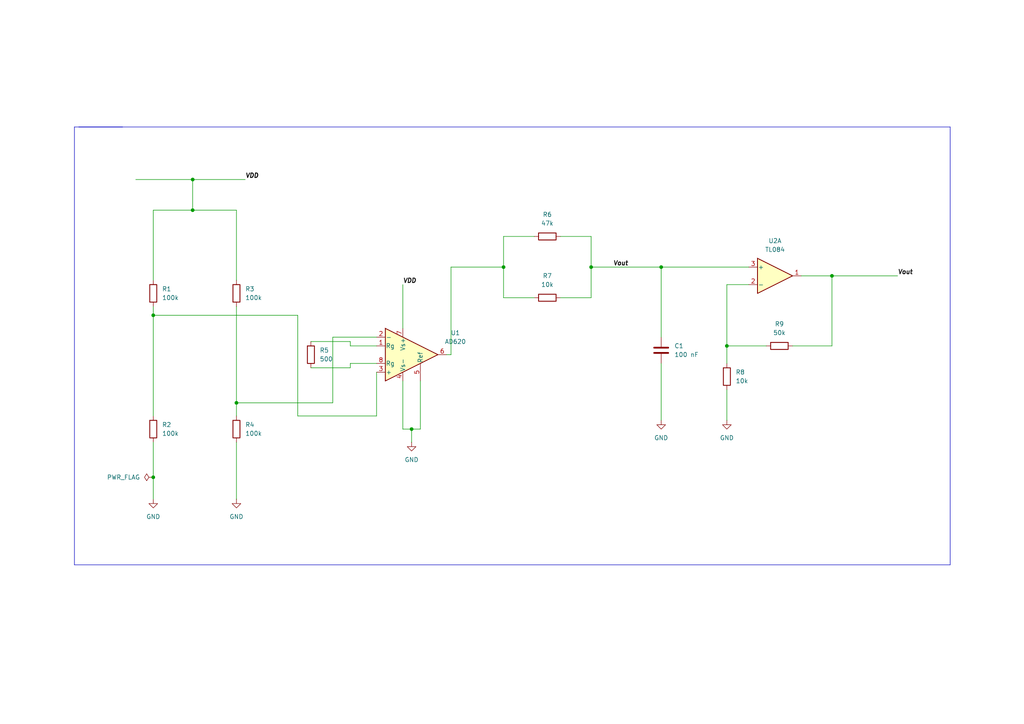
<source format=kicad_sch>
(kicad_sch (version 20231120) (generator "eeschema") (generator_version "8.0")
  (paper "A4")
  (title_block (title "Active Low Pass Filter with IN-AMP") (date "2024-08-22") (rev "1") (company "Instituite of Radio Physics & Electronics; Calcutta University") (comment 1 "Circuit Diagram"))
  (lib_symbols
    (symbol "Amplifier_Instrumentation:AD620" (pin_names (offset 0.127))
      (property "Reference" "U" (at 3.81 7.62 0))
      (property "Value" "AD620" (at 5.08 5.08 0))
      (symbol "AD620_0_1"
        (polyline (pts (xy -7.62 7.62) (xy -7.62 -7.62) (xy 7.62 0) (xy -7.62 7.62)) (stroke (width 0.254)) (fill (type background)))
      )
      (symbol "AD620_1_1"
        (pin passive line (at -10.16 2.54 0) (length 2.54) (name "Rg") (number "1"))
        (pin input line (at -10.16 5.08 0) (length 2.54) (name "-") (number "2"))
        (pin input line (at -10.16 -5.08 0) (length 2.54) (name "+") (number "3"))
        (pin power_in line (at -2.54 -7.62 90) (length 2.54) (name "Vs-") (number "4"))
        (pin passive line (at 2.54 -7.62 90) (length 5.08) (name "Ref") (number "5"))
        (pin output line (at 10.16 0 180) (length 2.54) (name "~") (number "6"))
        (pin power_in line (at -2.54 7.62 270) (length 2.54) (name "Vs+") (number "7"))
        (pin passive line (at -10.16 -2.54 0) (length 2.54) (name "Rg") (number "8"))
      )
    )
    (symbol "Amplifier_Operational:TL084" (pin_names (offset 0.127))
      (property "Reference" "U" (at 0 5.08 0))
      (property "Value" "TL084" (at 0 -5.08 0))
      (symbol "TL084_1_1"
        (polyline (pts (xy -5.08 5.08) (xy 5.08 0) (xy -5.08 -5.08) (xy -5.08 5.08)) (stroke (width 0.254)) (fill (type background)))
        (pin output line (at 7.62 0 180) (length 2.54) (name "~") (number "1"))
        (pin input line (at -7.62 -2.54 0) (length 2.54) (name "-") (number "2"))
        (pin input line (at -7.62 2.54 0) (length 2.54) (name "+") (number "3"))
      )
      (symbol "TL084_2_1"
        (polyline (pts (xy -5.08 5.08) (xy 5.08 0) (xy -5.08 -5.08) (xy -5.08 5.08)) (stroke (width 0.254)) (fill (type background)))
        (pin input line (at -7.62 2.54 0) (length 2.54) (name "+") (number "5"))
        (pin input line (at -7.62 -2.54 0) (length 2.54) (name "-") (number "6"))
        (pin output line (at 7.62 0 180) (length 2.54) (name "~") (number "7"))
      )
      (symbol "TL084_3_1"
        (polyline (pts (xy -5.08 5.08) (xy 5.08 0) (xy -5.08 -5.08) (xy -5.08 5.08)) (stroke (width 0.254)) (fill (type background)))
        (pin input line (at -7.62 2.54 0) (length 2.54) (name "+") (number "10"))
        (pin output line (at 7.62 0 180) (length 2.54) (name "~") (number "8"))
        (pin input line (at -7.62 -2.54 0) (length 2.54) (name "-") (number "9"))
      )
      (symbol "TL084_4_1"
        (polyline (pts (xy -5.08 5.08) (xy 5.08 0) (xy -5.08 -5.08) (xy -5.08 5.08)) (stroke (width 0.254)) (fill (type background)))
        (pin input line (at -7.62 2.54 0) (length 2.54) (name "+") (number "12"))
        (pin input line (at -7.62 -2.54 0) (length 2.54) (name "-") (number "13"))
        (pin output line (at 7.62 0 180) (length 2.54) (name "~") (number "14"))
      )
      (symbol "TL084_5_1"
        (pin power_in line (at -2.54 -7.62 90) (length 3.81) (name "V-") (number "11"))
        (pin power_in line (at -2.54 7.62 270) (length 3.81) (name "V+") (number "4"))
      )
    )
    (symbol "Device:C" (pin_numbers hide) (pin_names (offset 0.254))
      (property "Reference" "C" (at 0.635 2.54 0))
      (property "Value" "C" (at 0.635 -2.54 0))
      (symbol "C_0_1"
        (polyline (pts (xy -2.032 -0.762) (xy 2.032 -0.762)) (stroke (width 0.508)))
        (polyline (pts (xy -2.032 0.762) (xy 2.032 0.762)) (stroke (width 0.508)))
      )
      (symbol "C_1_1"
        (pin passive line (at 0 3.81 270) (length 2.794) (name "~") (number "1"))
        (pin passive line (at 0 -3.81 90) (length 2.794) (name "~") (number "2"))
      )
    )
    (symbol "Device:R" (pin_numbers hide) (pin_names (offset 0))
      (property "Reference" "R" (at 2.032 0 90))
      (property "Value" "R" (at 0 0 90))
      (symbol "R_0_1"
        (rectangle (start -1.016 -2.54) (end 1.016 2.54) (stroke (width 0.254)))
      )
      (symbol "R_1_1"
        (pin passive line (at 0 3.81 270) (length 1.27) (name "~") (number "1"))
        (pin passive line (at 0 -3.81 90) (length 1.27) (name "~") (number "2"))
      )
    )
    (symbol "power:GND" (power) (pin_numbers hide) (pin_names (offset 0) hide)
      (property "Value" "GND" (at 0 -3.81 0))
      (symbol "GND_0_1"
        (polyline (pts (xy 0 0) (xy 0 -1.27) (xy 1.27 -1.27) (xy 0 -2.54) (xy -1.27 -1.27) (xy 0 -1.27)))
      )
      (symbol "GND_1_1"
        (pin power_in line (at 0 0 270) (length 0) (name "~") (number "1"))
      )
    )
    (symbol "power:PWR_FLAG" (power) (pin_numbers hide) (pin_names (offset 0) hide)
      (property "Value" "PWR_FLAG" (at 0 3.81 0))
      (symbol "PWR_FLAG_0_0"
        (pin power_out line (at 0 0 90) (length 0) (name "~") (number "1"))
      )
      (symbol "PWR_FLAG_0_1"
        (polyline (pts (xy 0 0) (xy 0 1.27) (xy -1.016 1.905) (xy 0 2.54) (xy 1.016 1.905) (xy 0 1.27)))
      )
    )
  )
  (junction (at 44.45 138.43))
  (junction (at 55.88 52.07))
  (junction (at 171.45 77.47))
  (junction (at 241.3 80.01))
  (junction (at 119.38 124.46))
  (junction (at 146.05 77.47))
  (junction (at 210.82 100.33))
  (junction (at 68.58 116.84))
  (junction (at 55.88 60.96))
  (junction (at 191.77 77.47))
  (junction (at 44.45 91.44))
  (wire (pts (xy 121.92 124.46) (xy 121.92 110.49)))
  (wire (pts (xy 44.45 128.27) (xy 44.45 138.43)))
  (wire (pts (xy 241.3 80.01) (xy 260.35 80.01)))
  (wire (pts (xy 96.52 97.79) (xy 96.52 116.84)))
  (wire (pts (xy 171.45 77.47) (xy 171.45 68.58)))
  (wire (pts (xy 210.82 100.33) (xy 222.25 100.33)))
  (wire (pts (xy 96.52 97.79) (xy 109.22 97.79)))
  (wire (pts (xy 241.3 80.01) (xy 241.3 100.33)))
  (polyline (pts (xy 21.59 36.83) (xy 35.56 36.83)))
  (wire (pts (xy 86.36 120.65) (xy 109.22 120.65)))
  (wire (pts (xy 210.82 100.33) (xy 210.82 105.41)))
  (wire (pts (xy 55.88 52.07) (xy 71.12 52.07)))
  (wire (pts (xy 90.17 99.06) (xy 101.6 99.06)))
  (wire (pts (xy 119.38 124.46) (xy 119.38 128.27)))
  (wire (pts (xy 90.17 106.68) (xy 101.6 106.68)))
  (wire (pts (xy 146.05 77.47) (xy 146.05 86.36)))
  (wire (pts (xy 109.22 120.65) (xy 109.22 107.95)))
  (polyline (pts (xy 275.59 36.83) (xy 275.59 163.83)))
  (wire (pts (xy 129.54 102.87) (xy 130.81 102.87)))
  (wire (pts (xy 162.56 86.36) (xy 171.45 86.36)))
  (wire (pts (xy 96.52 116.84) (xy 68.58 116.84)))
  (polyline (pts (xy 21.59 163.83) (xy 21.59 36.83)))
  (wire (pts (xy 154.94 68.58) (xy 146.05 68.58)))
  (wire (pts (xy 55.88 60.96) (xy 68.58 60.96)))
  (wire (pts (xy 146.05 68.58) (xy 146.05 77.47)))
  (wire (pts (xy 44.45 91.44) (xy 44.45 120.65)))
  (wire (pts (xy 86.36 91.44) (xy 86.36 120.65)))
  (wire (pts (xy 130.81 102.87) (xy 130.81 77.47)))
  (wire (pts (xy 232.41 80.01) (xy 241.3 80.01)))
  (wire (pts (xy 146.05 86.36) (xy 154.94 86.36)))
  (wire (pts (xy 44.45 60.96) (xy 44.45 81.28)))
  (wire (pts (xy 44.45 60.96) (xy 55.88 60.96)))
  (wire (pts (xy 44.45 91.44) (xy 86.36 91.44)))
  (wire (pts (xy 229.87 100.33) (xy 241.3 100.33)))
  (wire (pts (xy 101.6 100.33) (xy 109.22 100.33)))
  (wire (pts (xy 191.77 105.41) (xy 191.77 121.92)))
  (wire (pts (xy 101.6 105.41) (xy 109.22 105.41)))
  (wire (pts (xy 101.6 105.41) (xy 101.6 106.68)))
  (wire (pts (xy 210.82 82.55) (xy 210.82 100.33)))
  (wire (pts (xy 68.58 88.9) (xy 68.58 116.84)))
  (wire (pts (xy 101.6 100.33) (xy 101.6 99.06)))
  (wire (pts (xy 217.17 82.55) (xy 210.82 82.55)))
  (wire (pts (xy 130.81 77.47) (xy 146.05 77.47)))
  (wire (pts (xy 68.58 128.27) (xy 68.58 144.78)))
  (wire (pts (xy 210.82 113.03) (xy 210.82 121.92)))
  (wire (pts (xy 44.45 88.9) (xy 44.45 91.44)))
  (polyline (pts (xy 22.86 36.83) (xy 275.59 36.83)))
  (wire (pts (xy 68.58 60.96) (xy 68.58 81.28)))
  (wire (pts (xy 191.77 77.47) (xy 217.17 77.47)))
  (wire (pts (xy 116.84 124.46) (xy 119.38 124.46)))
  (wire (pts (xy 55.88 52.07) (xy 55.88 60.96)))
  (wire (pts (xy 171.45 86.36) (xy 171.45 77.47)))
  (wire (pts (xy 191.77 77.47) (xy 191.77 97.79)))
  (wire (pts (xy 119.38 124.46) (xy 121.92 124.46)))
  (wire (pts (xy 116.84 110.49) (xy 116.84 124.46)))
  (wire (pts (xy 116.84 82.55) (xy 116.84 95.25)))
  (wire (pts (xy 171.45 68.58) (xy 162.56 68.58)))
  (wire (pts (xy 39.37 52.07) (xy 55.88 52.07)))
  (wire (pts (xy 171.45 77.47) (xy 191.77 77.47)))
  (wire (pts (xy 68.58 116.84) (xy 68.58 120.65)))
  (wire (pts (xy 44.45 138.43) (xy 44.45 144.78)))
  (polyline (pts (xy 275.59 163.83) (xy 21.59 163.83)))
  (label "VDD" (at 116.84 82.55 0) (effects (font (bold yes) (italic yes))))
  (label "VDD" (at 71.12 52.07 0) (effects (font (bold yes) (italic yes))))
  (label "Vout" (at 177.8 77.47 0) (effects (font (bold yes) (italic yes))))
  (label "Vout" (at 260.35 80.01 0) (effects (font (thickness 0.254) (bold yes) (italic yes))))
  (symbol (lib_id "Device:R") (at 90.17 102.87 0) (unit 1)
    (property "Reference" "R5" (at 92.71 101.5999 0) (effects (justify left)))
    (property "Value" "500" (at 92.71 104.1399 0) (effects (justify left)))
    (property "Footprint" "Resistor_THT:R_Axial_DIN0207_L6.3mm_D2.5mm_P7.62mm_Horizontal" (effects (hide yes)))
    (property "Description" "Resistor" (effects (hide yes)))
  )
  (symbol (lib_id "Device:R") (at 68.58 85.09 0) (unit 1)
    (property "Reference" "R3" (at 71.12 83.8199 0) (effects (justify left)))
    (property "Value" "100k" (at 71.12 86.3599 0) (effects (justify left)))
    (property "Footprint" "Resistor_THT:R_Axial_DIN0207_L6.3mm_D2.5mm_P7.62mm_Horizontal" (effects (hide yes)))
    (property "Description" "Resistor" (effects (hide yes)))
  )
  (symbol (lib_id "power:GND") (at 210.82 121.92 0) (unit 1)
    (property "Reference" "#PWR04" (effects (hide yes)))
    (property "Value" "GND" (at 210.82 127 0))
    (property "Description" "Power symbol creates a global label with name \"GND\" , ground" (effects (hide yes)))
  )
  (symbol (lib_id "power:PWR_FLAG") (at 44.45 138.43 90) (unit 1)
    (property "Reference" "#FLG02" (effects (hide yes)))
    (property "Value" "PWR_FLAG" (at 40.64 138.4299 90) (effects (justify left)))
    (property "Description" "Special symbol for telling ERC where power comes from" (effects (hide yes)))
  )
  (symbol (lib_id "power:GND") (at 68.58 144.78 0) (unit 1)
    (property "Reference" "#PWR02" (effects (hide yes)))
    (property "Value" "GND" (at 68.58 149.86 0))
    (property "Description" "Power symbol creates a global label with name \"GND\" , ground" (effects (hide yes)))
  )
  (symbol (lib_id "Device:R") (at 68.58 124.46 0) (unit 1)
    (property "Reference" "R4" (at 71.12 123.1899 0) (effects (justify left)))
    (property "Value" "100k" (at 71.12 125.7299 0) (effects (justify left)))
    (property "Footprint" "Resistor_THT:R_Axial_DIN0207_L6.3mm_D2.5mm_P7.62mm_Horizontal" (effects (hide yes)))
    (property "Description" "Resistor" (effects (hide yes)))
  )
  (symbol (lib_id "power:GND") (at 119.38 128.27 0) (unit 1)
    (property "Reference" "#PWR05" (effects (hide yes)))
    (property "Value" "GND" (at 119.38 133.35 0))
    (property "Description" "Power symbol creates a global label with name \"GND\" , ground" (effects (hide yes)))
  )
  (symbol (lib_id "power:GND") (at 44.45 144.78 0) (unit 1)
    (property "Reference" "#PWR01" (effects (hide yes)))
    (property "Value" "GND" (at 44.45 149.86 0))
    (property "Description" "Power symbol creates a global label with name \"GND\" , ground" (effects (hide yes)))
  )
  (symbol (lib_id "Device:R") (at 44.45 124.46 0) (unit 1)
    (property "Reference" "R2" (at 46.99 123.1899 0) (effects (justify left)))
    (property "Value" "100k" (at 46.99 125.7299 0) (effects (justify left)))
    (property "Footprint" "Resistor_THT:R_Axial_DIN0207_L6.3mm_D2.5mm_P7.62mm_Horizontal" (effects (hide yes)))
    (property "Description" "Resistor" (effects (hide yes)))
  )
  (symbol (lib_id "Amplifier_Operational:TL084") (at 224.79 80.01 0) (unit 1)
    (property "Reference" "U2" (at 224.79 69.85 0))
    (property "Value" "TL084" (at 224.79 72.39 0))
    (property "Footprint" "TL084:DIL14" (effects (hide yes)))
    (property "Datasheet" "http://www.ti.com/lit/ds/symlink/tl081.pdf" (effects (hide yes)))
    (property "Description" "Quad JFET-Input Operational Amplifiers, DIP-14/SOIC-14/SSOP-14" (effects (hide yes)))
  )
  (symbol (lib_id "Device:R") (at 226.06 100.33 90) (unit 1)
    (property "Reference" "R9" (at 226.06 93.98 90))
    (property "Value" "50k" (at 226.06 96.52 90))
    (property "Footprint" "Resistor_THT:R_Axial_DIN0207_L6.3mm_D2.5mm_P7.62mm_Horizontal" (effects (hide yes)))
    (property "Description" "Resistor" (effects (hide yes)))
  )
  (symbol (lib_id "Device:R") (at 210.82 109.22 0) (unit 1)
    (property "Reference" "R8" (at 213.36 107.9499 0) (effects (justify left)))
    (property "Value" "10k" (at 213.36 110.4899 0) (effects (justify left)))
    (property "Footprint" "Resistor_THT:R_Axial_DIN0207_L6.3mm_D2.5mm_P7.62mm_Horizontal" (effects (hide yes)))
    (property "Description" "Resistor" (effects (hide yes)))
  )
  (symbol (lib_id "Device:C") (at 191.77 101.6 0) (unit 1)
    (property "Reference" "C1" (at 195.58 100.3299 0) (effects (justify left)))
    (property "Value" "100 nF" (at 195.58 102.8699 0) (effects (justify left)))
    (property "Footprint" "Capacitor_THT:CP_Radial_D6.3mm_P2.50mm" (effects (hide yes)))
    (property "Description" "Unpolarized capacitor" (effects (hide yes)))
  )
  (symbol (lib_id "Device:R") (at 158.75 68.58 90) (unit 1)
    (property "Reference" "R6" (at 158.75 62.23 90))
    (property "Value" "47k" (at 158.75 64.77 90))
    (property "Footprint" "Resistor_THT:R_Axial_DIN0207_L6.3mm_D2.5mm_P7.62mm_Horizontal" (effects (hide yes)))
    (property "Description" "Resistor" (effects (hide yes)))
  )
  (symbol (lib_id "Device:R") (at 158.75 86.36 90) (unit 1)
    (property "Reference" "R7" (at 158.75 80.01 90))
    (property "Value" "10k" (at 158.75 82.55 90))
    (property "Footprint" "Resistor_THT:R_Axial_DIN0207_L6.3mm_D2.5mm_P7.62mm_Horizontal" (effects (hide yes)))
    (property "Description" "Resistor" (effects (hide yes)))
  )
  (symbol (lib_id "Device:R") (at 44.45 85.09 0) (unit 1)
    (property "Reference" "R1" (at 46.99 83.8199 0) (effects (justify left)))
    (property "Value" "100k" (at 46.99 86.3599 0) (effects (justify left)))
    (property "Footprint" "Resistor_THT:R_Axial_DIN0207_L6.3mm_D2.5mm_P7.62mm_Horizontal" (effects (hide yes)))
    (property "Description" "Resistor" (effects (hide yes)))
  )
  (symbol (lib_id "Amplifier_Instrumentation:AD620") (at 119.38 102.87 0) (unit 1)
    (property "Reference" "U1" (at 132.08 96.5514 0))
    (property "Value" "AD620" (at 132.08 99.0914 0))
    (property "Footprint" "AD620AN:DIP787W46P254L1016H533Q8" (effects (hide yes)))
    (property "Datasheet" "https://www.analog.com/media/en/technical-documentation/data-sheets/AD620.pdf" (effects (hide yes)))
    (property "Description" "Low Cost, Low Power, Instrumentation Amplifier, DIP-8/SOIC-8" (effects (hide yes)))
  )
  (symbol (lib_id "power:GND") (at 191.77 121.92 0) (unit 1)
    (property "Reference" "#PWR03" (effects (hide yes)))
    (property "Value" "GND" (at 191.77 127 0))
    (property "Description" "Power symbol creates a global label with name \"GND\" , ground" (effects (hide yes)))
  )
)
</source>
